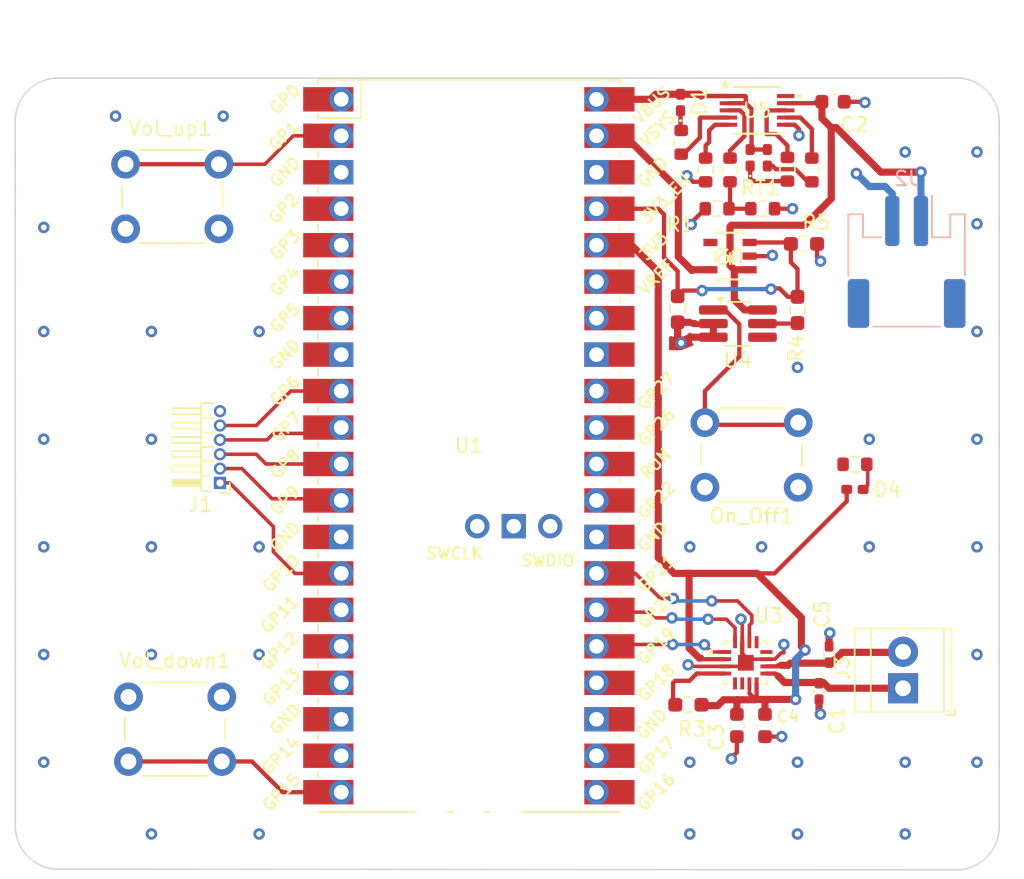
<source format=kicad_pcb>
(kicad_pcb (version 20241229) (generator "pcbnew") (generator_version "9.0")
  (layers (0 "F.Cu" signal) (2 "B.Cu" signal) (13 "F.Paste" user) (15 "B.Paste" user) (5 "F.SilkS" user "F.Silkscreen") (7 "B.SilkS" user "B.Silkscreen") (1 "F.Mask" user) (3 "B.Mask" user) (25 "Edge.Cuts" user))
  (net 0 "")
  (net 1 "Net-(U1-GPIO1)")
  (net 2 "+3V3")
  (net 14 "/V_LOAD")
  (net 15 "Net-(On_Off1-B)")
  (net 19 "GND")
  (net 20 "Net-(U1-GPIO15)")
  (net 21 "Net-(J1-Pin_4)")
  (net 22 "Net-(J1-Pin_5)")
  (net 23 "Net-(U5-VSS)")
  (net 24 "Net-(U5-STAT1)")
  (net 25 "Net-(U3-SD_MODE)")
  (net 27 "VBUS")
  (net 28 "Net-(U5-STAT2)")
  (net 29 "Net-(U5-THERM)")
  (net 30 "Net-(U5-PG)")
  (net 31 "Net-(R1-Pad1)")
  (net 32 "Net-(D3-K)")
  (net 33 "Net-(D2-K)")
  (net 34 "Net-(D1-K)")
  (net 35 "Net-(J1-Pin_2)")
  (net 36 "/ENABLE")
  (net 39 "Net-(J1-Pin_3)")
  (net 42 "Net-(J1-Pin_1)")
  (net 46 "Net-(J3-Pin_1)")
  (net 47 "Net-(J3-Pin_2)")
  (net 48 "/D_in")
  (net 49 "/LRCLK")
  (net 50 "/BCLK")
  (net 59 "VSYS")
  (net 68 "Net-(U4-OUT)")
  (net 74 "Net-(D4-K)")
  (footprint "Capacitor_SMD:C_0402_1005Metric_Pad0.74x0.62mm_HandSolder" (layer "F.Cu") (at 134 105.0675 -90)
    (property "Reference" "C1")
    (property "Value" "220p")
  )
  (footprint "jacob_lib:21-0057F_MXM" (layer "F.Cu") (at 127.8 74.75 180)
    (property "Reference" "U2")
    (property "Value" "MAX40203AUK+T")
  )
  (footprint "Resistor_SMD:R_0603_1608Metric_Pad0.98x0.95mm_HandSolder" (layer "F.Cu") (at 132.95 73.9 180)
    (property "Reference" "R5")
    (property "Value" "20k")
  )
  (footprint "Capacitor_SMD:C_0402_1005Metric_Pad0.74x0.62mm_HandSolder" (layer "F.Cu") (at 134.7 102.5 90)
    (property "Reference" "C5")
    (property "Value" "220p")
  )
  (footprint "Resistor_SMD:R_0603_1608Metric_Pad0.98x0.95mm_HandSolder" (layer "F.Cu") (at 124.9 106 180)
    (property "Reference" "R3")
    (property "Value" "1M")
  )
  (footprint "LED_SMD:LED_0402_1005Metric_Pad0.77x0.64mm_HandSolder" (layer "F.Cu") (at 130.4 67.9 90)
    (property "Reference" "D2" (hide yes))
    (property "Value" "LED_ORANGE")
  )
  (footprint "Resistor_SMD:R_0603_1608Metric" (layer "F.Cu") (at 127.8 68.75 -90)
    (property "Reference" "RT2" (hide yes))
    (property "Value" "1K")
  )
  (footprint "MountingHole:MountingHole_2mm" (layer "F.Cu") (at 143.15 114.2)
    (property "Reference" "H4")
    (property "Value" "MountingHole")
  )
  (footprint "LED_SMD:LED_0402_1005Metric_Pad0.77x0.64mm_HandSolder" (layer "F.Cu") (at 136.5 91 180)
    (property "Reference" "D4")
    (property "Value" "LED_BLUE")
  )
  (footprint "RPi_Pico:RPi_PicoW_SMD_TH" (layer "F.Cu") (at 109.61 87.96)
    (property "Reference" "U1")
    (property "Value" "PicoW")
  )
  (footprint "Resistor_SMD:R_0603_1608Metric" (layer "F.Cu") (at 133.5 68.75 90)
    (property "Reference" "R_Stat2_LED1" (hide yes))
    (property "Value" "1K")
  )
  (footprint "Capacitor_SMD:C_0603_1608Metric" (layer "F.Cu") (at 134.975 64)
    (property "Reference" "C2")
    (property "Value" "10 uF")
  )
  (footprint "Button_Switch_THT:SW_PUSH_6mm_H9.5mm" (layer "F.Cu") (at 132.55 90.85 180)
    (property "Reference" "On_Off1")
    (property "Value" "SW_SPST")
  )
  (footprint "Resistor_SMD:R_0603_1608Metric" (layer "F.Cu") (at 126.1 68.75 -90)
    (property "Reference" "R2" (hide yes))
    (property "Value" "2K")
  )
  (footprint "TerminalBlock_TE-Connectivity:TerminalBlock_TE_282834-2_1x02_P2.54mm_Horizontal" (layer "F.Cu") (at 139.85 104.85 90)
    (property "Reference" "J3")
    (property "Value" "Speaker Output Pins")
  )
  (footprint "Resistor_SMD:R_0603_1608Metric_Pad0.98x0.95mm_HandSolder" (layer "F.Cu") (at 124.15 78.45 -90)
    (property "Reference" "R6" (hide yes))
    (property "Value" "20k")
  )
  (footprint "Capacitor_SMD:C_0603_1608Metric" (layer "F.Cu") (at 128.2776 107.4434 -90)
    (property "Reference" "C3")
    (property "Value" "10 uF")
  )
  (footprint "footprints:MSOP10_MC_MCH-L" (layer "F.Cu") (at 129.6849 64.6)
    (property "Reference" "U5")
    (property "Value" "MCP73833")
  )
  (footprint "LED_SMD:LED_0402_1005Metric_Pad0.77x0.64mm_HandSolder" (layer "F.Cu") (at 129.2 67.9 90)
    (property "Reference" "D3" (hide yes))
    (property "Value" "LED_RED")
  )
  (footprint "Button_Switch_THT:SW_PUSH_6mm_H9.5mm" (layer "F.Cu") (at 92.2 72.85 180)
    (property "Reference" "Vol_up1")
    (property "Value" "SW_SPST")
  )
  (footprint "Resistor_SMD:R_0603_1608Metric" (layer "F.Cu") (at 130.075 71.45)
    (property "Reference" "RT1")
    (property "Value" "150K")
  )
  (footprint "Resistor_SMD:R_0603_1608Metric" (layer "F.Cu") (at 126.9 71.45 180)
    (property "Reference" "R1")
    (property "Value" "2K")
  )
  (footprint "MountingHole:MountingHole_2mm" (layer "F.Cu") (at 81.05 114.35)
    (property "Reference" "H3")
    (property "Value" "MountingHole")
  )
  (footprint "Connector_PinHeader_1.00mm:PinHeader_1x06_P1.00mm_Horizontal" (layer "F.Cu") (at 92.275 90.55 180)
    (property "Reference" "J1")
    (property "Value" "Conn_01x06_Pin")
  )
  (footprint "Capacitor_SMD:C_0603_1608Metric" (layer "F.Cu") (at 130.2334 107.4434 -90)
    (property "Reference" "C4")
    (property "Value" "0.1 uF" (hide yes))
  )
  (footprint "LED_SMD:LED_0402_1005Metric_Pad0.77x0.64mm_HandSolder" (layer "F.Cu") (at 124.35 64.05 90)
    (property "Reference" "D1")
    (property "Value" "LED_GREEN")
  )
  (footprint "MountingHole:MountingHole_2mm" (layer "F.Cu") (at 81.0006 64.9986)
    (property "Reference" "H1")
    (property "Value" "MountingHole" (hide yes))
  )
  (footprint "Resistor_SMD:R_0603_1608Metric" (layer "F.Cu") (at 131.8 68.7 90)
    (property "Reference" "R_Stat1_LED1" (hide yes))
    (property "Value" "1K")
  )
  (footprint "jacob_lib:QFN50P300X300X80-17N" (layer "F.Cu") (at 128.9 103.075)
    (property "Reference" "U3")
    (property "Value" "MAX98357AETE_T")
  )
  (footprint "Resistor_SMD:R_0603_1608Metric_Pad0.98x0.95mm_HandSolder" (layer "F.Cu") (at 132.5 78.5 90)
    (property "Reference" "R4")
    (property "Value" "10k")
  )
  (footprint "Resistor_SMD:R_0603_1608Metric" (layer "F.Cu") (at 136.5 89.25 180)
    (property "Reference" "R_POWER_LED1" (hide yes))
    (property "Value" "1K")
  )
  (footprint "Button_Switch_THT:SW_PUSH_6mm_H8mm" (layer "F.Cu") (at 85.9 105.45)
    (property "Reference" "Vol_down1")
    (property "Value" "SW_SPST")
  )
  (footprint "Resistor_SMD:R_0603_1608Metric" (layer "F.Cu") (at 124.4 66.825 -90)
    (property "Reference" "R_PG_LED1" (hide yes))
    (property "Value" "1K")
  )
  (footprint "Package_TO_SOT_SMD:TSOT-23-6_HandSoldering" (layer "F.Cu") (at 128.35 79.45)
    (property "Reference" "U4")
    (property "Value" "MAX16054AZT_T")
  )
  (footprint "MountingHole:MountingHole_2mm" (layer "F.Cu") (at 142.8496 64.9732)
    (property "Reference" "H2")
    (property "Value" "MountingHole" (hide yes))
  )
  (footprint "Connector_JST:JST_PH_S2B-PH-SM4-TB_1x02-1MP_P2.00mm_Horizontal" (layer "B.Cu") (at 140.1 75.15 180)
    (property "Reference" "J2")
    (property "Value" "JST Battery")
  )
  (gr_line (start 143.548393 62.3399) (end 142.2 62.35) (stroke (width 0.1)) (layer "Edge.Cuts"))
  (gr_line (start 146.545593 65.28673) (end 146.55 66.2) (stroke (width 0.1)) (layer "Edge.Cuts"))
  (gr_arc (start 146.55 114.5028) (mid 145.67214 116.62214) (end 143.5528 117.5) (stroke (width 0.1)) (layer "Edge.Cuts"))
  (gr_arc (start 81.01934 117.45) (mid 78.9 116.57214) (end 78.02214 114.4528) (stroke (width 0.1)) (layer "Edge.Cuts"))
  (gr_line (start 81.01934 117.45) (end 143.5528 117.5) (stroke (width 0.1)) (layer "Edge.Cuts"))
  (gr_arc (start 78.014125 65.3472) (mid 78.818149 63.30121) (end 80.8 62.35) (stroke (width 0.1)) (layer "Edge.Cuts"))
  (gr_line (start 146.55 114.25) (end 146.55 66.2) (stroke (width 0.1)) (layer "Edge.Cuts"))
  (gr_line (start 78.014125 65.3472) (end 78.02214 114.4528) (stroke (width 0.1)) (layer "Edge.Cuts"))
  (gr_line (start 146.55 114.5028) (end 146.55 114.25) (stroke (width 0.1)) (layer "Edge.Cuts"))
  (gr_arc (start 143.548393 62.3399) (mid 145.65 63.2) (end 146.545593 65.28673) (stroke (width 0.1)) (layer "Edge.Cuts"))
  (gr_line (start 80.8 62.35) (end 142.2 62.35) (stroke (width 0.1)) (layer "Edge.Cuts"))
  (segment (start 85.699999 68.35) (end 92.199999 68.35) (width 0.3) (layer "F.Cu") (net 1))
  (segment (start 92.2 68.349999) (end 93.150001 68.349999) (width 0.3) (layer "F.Cu") (net 1))
  (segment (start 92.199999 68.35) (end 92.2 68.349999) (width 0.3) (layer "F.Cu") (net 1))
  (segment (start 97.38 66.37) (end 100.72 66.37) (width 0.25) (layer "F.Cu") (net 1))
  (segment (start 95.4 68.35) (end 97.38 66.37) (width 0.25) (layer "F.Cu") (net 1))
  (segment (start 92.2 68.35) (end 95.4 68.35) (width 0.25) (layer "F.Cu") (net 1))
  (segment (start 129.5476 105.6524) (end 129.573 105.627) (width 0.5) (layer "F.Cu") (net 2))
  (segment (start 124.95 97) (end 124.95 102.05) (width 0.5) (layer "F.Cu") (net 2))
  (segment (start 135.927499 91) (end 135.927499 91.822501) (width 0.3) (layer "F.Cu") (net 2))
  (segment (start 127.3486 105.6524) (end 128.2776 105.6524) (width 0.5) (layer "F.Cu") (net 2))
  (segment (start 126.9422 106.0588) (end 127.3486 105.6524) (width 0.5) (layer "F.Cu") (net 2))
  (segment (start 129.573 105.627) (end 130.2588 105.627) (width 0.5) (layer "F.Cu") (net 2))
  (segment (start 129.65 104.51) (end 129.65 105.55) (width 0.3) (layer "F.Cu") (net 2))
  (segment (start 122.8 75.85) (end 122.8 95.75) (width 0.5) (layer "F.Cu") (net 2))
  (segment (start 128.2776 106.6684) (end 128.2776 105.6524) (width 0.5) (layer "F.Cu") (net 2))
  (segment (start 130.2334 106.6684) (end 130.2334 105.6524) (width 0.5) (layer "F.Cu") (net 2))
  (segment (start 124.95 102.05) (end 125.65 102.75) (width 0.5) (layer "F.Cu") (net 2))
  (segment (start 125.1 96.85) (end 124.95 97) (width 0.5) (layer "F.Cu") (net 2))
  (segment (start 130.9 96.85) (end 129.5 96.85) (width 0.3) (layer "F.Cu") (net 2))
  (segment (start 132.768 101.933) (end 133.0255 102.1905) (width 0.5) (layer "F.Cu") (net 2))
  (segment (start 123.9 96.85) (end 124.8 96.85) (width 0.5) (layer "F.Cu") (net 2))
  (segment (start 124.8 96.85) (end 125.1 96.85) (width 0.5) (layer "F.Cu") (net 2))
  (segment (start 124.8 96.85) (end 129.686 96.85) (width 0.5) (layer "F.Cu") (net 2))
  (segment (start 129.65 105.55) (end 129.573 105.627) (width 0.25) (layer "F.Cu") (net 2))
  (segment (start 135.927499 91.822501) (end 130.9 96.85) (width 0.3) (layer "F.Cu") (net 2))
  (segment (start 125.6595 106.0588) (end 126.9422 106.0588) (width 0.5) (layer "F.Cu") (net 2))
  (segment (start 122.8 95.75) (end 123.9 96.85) (width 0.5) (layer "F.Cu") (net 2))
  (segment (start 129.15 105.204) (end 129.573 105.627) (width 0.3) (layer "F.Cu") (net 2))
  (segment (start 129.686 96.85) (end 132.768 99.932) (width 0.5) (layer "F.Cu") (net 2))
  (segment (start 128.2776 105.6524) (end 129.5476 105.6524) (width 0.5) (layer "F.Cu") (net 2))
  (segment (start 125.65 102.75) (end 125.755 102.75) (width 0.5) (layer "F.Cu") (net 2))
  (segment (start 132.768 99.932) (end 132.768 101.933) (width 0.5) (layer "F.Cu") (net 2))
  (segment (start 127.465 102.825) (end 125.755 102.825) (width 0.3) (layer "F.Cu") (net 2))
  (segment (start 120.94 73.99) (end 122.8 75.85) (width 0.5) (layer "F.Cu") (net 2))
  (segment (start 118.5 73.99) (end 120.94 73.99) (width 0.5) (layer "F.Cu") (net 2))
  (segment (start 130.2588 105.627) (end 132.367 105.627) (width 0.5) (layer "F.Cu") (net 2))
  (segment (start 129.15 104.51) (end 129.15 105.204) (width 0.25) (layer "F.Cu") (net 2))
  (segment (start 130.2334 105.6524) (end 130.2588 105.627) (width 0.5) (layer "F.Cu") (net 2))
  (via (at 132.367 105.627) (size 0.8) (drill 0.4) (layers "F.Cu" "B.Cu") (net 2))
  (via (at 133.0255 102.1905) (size 0.8) (drill 0.4) (layers "F.Cu" "B.Cu") (net 2))
  (segment (start 133.0255 102.1905) (end 132.367 102.849) (width 0.5) (layer "B.Cu") (net 2))
  (segment (start 132.367 102.849) (end 132.367 105.627) (width 0.5) (layer "B.Cu") (net 2))
  (segment (start 134.85 70.75) (end 133 72.6) (width 0.5) (layer "F.Cu") (net 14))
  (segment (start 134.85 70.35) (end 134.85 70.75) (width 0.5) (layer "F.Cu") (net 14))
  (segment (start 134.099999 64.100001) (end 134.2 64) (width 0.3) (layer "F.Cu") (net 14))
  (segment (start 138.3 68.9) (end 140.6 68.9) (width 0.5) (layer "F.Cu") (net 14))
  (segment (start 140.6 68.9) (end 141.1 68.9) (width 0.5) (layer "F.Cu") (net 14))
  (segment (start 128.1 75.7) (end 128.1 77.8) (width 0.5) (layer "F.Cu") (net 14))
  (segment (start 135.2 65.8) (end 137.6 68.2) (width 0.5) (layer "F.Cu") (net 14))
  (segment (start 134.2 64) (end 134.2 65.15) (width 0.5) (layer "F.Cu") (net 14))
  (segment (start 127.9 72.6) (end 127.8 72.7) (width 0.5) (layer "F.Cu") (net 14))
  (segment (start 127.8 75.4) (end 128.1 75.7) (width 0.5) (layer "F.Cu") (net 14))
  (segment (start 134.85 65.8) (end 135.2 65.8) (width 0.5) (layer "F.Cu") (net 14))
  (segment (start 131.6788 64.100001) (end 134.099999 64.100001) (width 0.3) (layer "F.Cu") (net 14))
  (segment (start 137.6 68.2) (end 138.3 68.9) (width 0.5) (layer "F.Cu") (net 14))
  (segment (start 133 72.6) (end 127.9 72.6) (width 0.5) (layer "F.Cu") (net 14))
  (segment (start 134.2 64) (end 133.775 64) (width 0.3) (layer "F.Cu") (net 14))
  (segment (start 128.1 77.8) (end 128.8 78.5) (width 0.5) (layer "F.Cu") (net 14))
  (segment (start 127.8 72.7) (end 127.8 75.4) (width 0.5) (layer "F.Cu") (net 14))
  (segment (start 128.8 78.5) (end 130.06 78.5) (width 0.5) (layer "F.Cu") (net 14))
  (segment (start 128.1 75.7) (end 129.15 75.7) (width 0.5) (layer "F.Cu") (net 14))
  (segment (start 134.2 65.15) (end 134.85 65.8) (width 0.5) (layer "F.Cu") (net 14))
  (segment (start 134.85 65.8) (end 134.85 70.35) (width 0.5) (layer "F.Cu") (net 14))
  (via (at 141.1 68.9) (size 0.8) (drill 0.4) (layers "F.Cu" "B.Cu") (net 14))
  (segment (start 141.1 68.9) (end 141.1 72.3) (width 0.5) (layer "B.Cu") (net 14))
  (segment (start 132.4 86.5) (end 126.2 86.5) (width 0.3) (layer "F.Cu") (net 15))
  (segment (start 132.55 86.35) (end 132.4 86.5) (width 0.3) (layer "F.Cu") (net 15))
  (segment (start 127.45 78.5) (end 126.64 78.5) (width 0.3) (layer "F.Cu") (net 15))
  (segment (start 126.2 86.5) (end 126.05 86.35) (width 0.3) (layer "F.Cu") (net 15))
  (segment (start 128.45 79.5) (end 127.45 78.5) (width 0.3) (layer "F.Cu") (net 15))
  (segment (start 126.05 86.35) (end 126.05 84.15) (width 0.3) (layer "F.Cu") (net 15))
  (segment (start 126.05 84.15) (end 128.45 81.75) (width 0.3) (layer "F.Cu") (net 15))
  (segment (start 128.45 81.75) (end 128.45 79.5) (width 0.3) (layer "F.Cu") (net 15))
  (segment (start 128.65 101.64) (end 128.65 100.123402) (width 0.25) (layer "F.Cu") (net 19))
  (segment (start 125.225 69.575) (end 124.8 69.15) (width 0.3) (layer "F.Cu") (net 19))
  (segment (start 128.65 102.45) (end 128.65 101.64) (width 0.3) (layer "F.Cu") (net 19))
  (segment (start 134 106.55) (end 134.1 106.65) (width 0.5) (layer "F.Cu") (net 19))
  (segment (start 126.1 69.575) (end 125.225 69.575) (width 0.3) (layer "F.Cu") (net 19))
  (segment (start 131.4012 108.2184) (end 131.4018 108.2178) (width 0.3) (layer "F.Cu") (net 19))
  (segment (start 134.7 101.05) (end 134.75 101) (width 0.5) (layer "F.Cu") (net 19))
  (segment (start 124.88 103.22) (end 124.985 103.325) (width 0.25) (layer "F.Cu") (net 19))
  (segment (start 124.15 79.3625) (end 124.15 80.55) (width 0.5) (layer "F.Cu") (net 19))
  (segment (start 130.7 74.75) (end 130.75 74.7) (width 0.3) (layer "F.Cu") (net 19))
  (segment (start 131.6788 65.600001) (end 132.300001 65.600001) (width 0.3) (layer "F.Cu") (net 19))
  (segment (start 132.300001 65.600001) (end 132.6 65.9) (width 0.3) (layer "F.Cu") (net 19))
  (segment (start 133.8625 73.9) (end 133.8625 74.8625) (width 0.3) (layer "F.Cu") (net 19))
  (segment (start 130.335 102.825) (end 129.15 102.825) (width 0.25) (layer "F.Cu") (net 19))
  (segment (start 99.97718 93.9038) (end 101.3968 93.9038) (width 0.25) (layer "F.Cu") (net 19))
  (segment (start 127.8966 109.691) (end 127.8966 109.7672) (width 0.3) (layer "F.Cu") (net 19))
  (segment (start 128.65 103.325) (end 128.9 103.075) (width 0.25) (layer "F.Cu") (net 19))
  (segment (start 128.2776 108.2184) (end 128.2776 109.31) (width 0.3) (layer "F.Cu") (net 19))
  (segment (start 124.15 80.55) (end 124.4 80.8) (width 0.5) (layer "F.Cu") (net 19))
  (segment (start 127.465 103.325) (end 128.65 103.325) (width 0.25) (layer "F.Cu") (net 19))
  (segment (start 131.55 102.38) (end 131.55 101.8) (width 0.25) (layer "F.Cu") (net 19))
  (segment (start 128.9 102.7) (end 128.65 102.45) (width 0.3) (layer "F.Cu") (net 19))
  (segment (start 130.2334 108.2184) (end 131.4012 108.2184) (width 0.3) (layer "F.Cu") (net 19))
  (segment (start 125.1 72.425) (end 126.075 71.45) (width 0.3) (layer "F.Cu") (net 19))
  (segment (start 130.335 102.825) (end 130.925 102.825) (width 0.25) (layer "F.Cu") (net 19))
  (segment (start 131.37 102.38) (end 131.55 102.38) (width 0.25) (layer "F.Cu") (net 19))
  (segment (start 129.15 102.825) (end 128.9 103.075) (width 0.25) (layer "F.Cu") (net 19))
  (segment (start 135.75 64) (end 137.15 64) (width 0.3) (layer "F.Cu") (net 19))
  (segment (start 124.985 103.325) (end 127.465 103.325) (width 0.25) (layer "F.Cu") (net 19))
  (segment (start 137.15 64) (end 137.2 64.05) (width 0.3) (layer "F.Cu") (net 19))
  (segment (start 128.9 103.075) (end 128.9 102.7) (width 0.3) (layer "F.Cu") (net 19))
  (segment (start 130.925 102.825) (end 131.37 102.38) (width 0.25) (layer "F.Cu") (net 19))
  (segment (start 129.15 74.75) (end 130.7 74.75) (width 0.3) (layer "F.Cu") (net 19))
  (segment (start 99.205256 93.9038) (end 101.3968 93.9038) (width 0.25) (layer "F.Cu") (net 19))
  (segment (start 134.7 101.9325) (end 134.7 101.05) (width 0.5) (layer "F.Cu") (net 19))
  (segment (start 130.9 71.45) (end 132.15 71.45) (width 0.3) (layer "F.Cu") (net 19))
  (segment (start 133.8625 74.8625) (end 134.1 75.1) (width 0.3) (layer "F.Cu") (net 19))
  (segment (start 128.2522 109.3354) (end 127.8966 109.691) (width 0.3) (layer "F.Cu") (net 19))
  (segment (start 128.65 100.123402) (end 128.561299 100.034701) (width 0.25) (layer "F.Cu") (net 19))
  (segment (start 128.2776 109.31) (end 128.2522 109.3354) (width 0.3) (layer "F.Cu") (net 19))
  (segment (start 134 105.635) (end 134 106.55) (width 0.5) (layer "F.Cu") (net 19))
  (segment (start 125.1 72.55) (end 125.1 72.425) (width 0.3) (layer "F.Cu") (net 19))
  (segment (start 132.6 65.9) (end 132.6 66.35) (width 0.3) (layer "F.Cu") (net 19))
  (via (at 87.5 87.5) (size 0.8) (drill 0.4) (layers "F.Cu" "B.Cu") (net 19))
  (via (at 125 95) (size 0.8) (drill 0.4) (layers "F.Cu" "B.Cu") (net 19))
  (via (at 145 102.5) (size 0.8) (drill 0.4) (layers "F.Cu" "B.Cu") (net 19))
  (via (at 132.6 66.35) (size 0.8) (drill 0.4) (layers "F.Cu" "B.Cu") (net 19))
  (via (at 124.4 80.8) (size 0.8) (drill 0.4) (layers "F.Cu" "B.Cu") (net 19))
  (via (at 145 87.5) (size 0.8) (drill 0.4) (layers "F.Cu" "B.Cu") (net 19))
  (via (at 95 80) (size 0.8) (drill 0.4) (layers "F.Cu" "B.Cu") (net 19))
  (via (at 145 110) (size 0.8) (drill 0.4) (layers "F.Cu" "B.Cu") (net 19))
  (via (at 137.5 87.5) (size 0.8) (drill 0.4) (layers "F.Cu" "B.Cu") (net 19))
  (via (at 128.561299 100.034701) (size 0.8) (drill 0.4) (layers "F.Cu" "B.Cu") (net 19))
  (via (at 92.5 65) (size 0.8) (drill 0.4) (layers "F.Cu" "B.Cu") (net 19))
  (via (at 145 80) (size 0.8) (drill 0.4) (layers "F.Cu" "B.Cu") (net 19))
  (via (at 124.8 69.15) (size 0.8) (drill 0.4) (layers "F.Cu" "B.Cu") (net 19))
  (via (at 140 67.5) (size 0.8) (drill 0.4) (layers "F.Cu" "B.Cu") (net 19))
  (via (at 95 115) (size 0.8) (drill 0.4) (layers "F.Cu" "B.Cu") (net 19))
  (via (at 87.5 95) (size 0.8) (drill 0.4) (layers "F.Cu" "B.Cu") (net 19))
  (via (at 80 72.75) (size 0.8) (drill 0.4) (layers "F.Cu" "B.Cu") (net 19))
  (via (at 136.6 69) (size 0.8) (drill 0.4) (layers "F.Cu" "B.Cu") (net 19))
  (via (at 95 95) (size 0.8) (drill 0.4) (layers "F.Cu" "B.Cu") (net 19))
  (via (at 137.2 64.05) (size 0.8) (drill 0.4) (layers "F.Cu" "B.Cu") (net 19))
  (via (at 87.5 115) (size 0.8) (drill 0.4) (layers "F.Cu" "B.Cu") (net 19))
  (via (at 134.1 106.65) (size 0.8) (drill 0.4) (layers "F.Cu" "B.Cu") (net 19))
  (via (at 145 67.5) (size 0.8) (drill 0.4) (layers "F.Cu" "B.Cu") (net 19))
  (via (at 132.5 82.5) (size 0.8) (drill 0.4) (layers "F.Cu" "B.Cu") (net 19))
  (via (at 95 102.5) (size 0.8) (drill 0.4) (layers "F.Cu" "B.Cu") (net 19))
  (via (at 145 95) (size 0.8) (drill 0.4) (layers "F.Cu" "B.Cu") (net 19))
  (via (at 132.15 71.45) (size 0.8) (drill 0.4) (layers "F.Cu" "B.Cu") (net 19))
  (via (at 130 95) (size 0.8) (drill 0.4) (layers "F.Cu" "B.Cu") (net 19))
  (via (at 130.75 74.7) (size 0.8) (drill 0.4) (layers "F.Cu" "B.Cu") (net 19))
  (via (at 134.1 75.1) (size 0.8) (drill 0.4) (layers "F.Cu" "B.Cu") (net 19))
  (via (at 140 115) (size 0.8) (drill 0.4) (layers "F.Cu" "B.Cu") (net 19))
  (via (at 80 110) (size 0.8) (drill 0.4) (layers "F.Cu" "B.Cu") (net 19))
  (via (at 140 110) (size 0.8) (drill 0.4) (layers "F.Cu" "B.Cu") (net 19))
  (via (at 125 110) (size 0.8) (drill 0.4) (layers "F.Cu" "B.Cu") (net 19))
  (via (at 131.4018 108.2178) (size 0.8) (drill 0.4) (layers "F.Cu" "B.Cu") (net 19))
  (via (at 80 87.5) (size 0.8) (drill 0.4) (layers "F.Cu" "B.Cu") (net 19))
  (via (at 127.8966 109.7672) (size 0.8) (drill 0.4) (layers "F.Cu" "B.Cu") (net 19))
  (via (at 132.5 115) (size 0.8) (drill 0.4) (layers "F.Cu" "B.Cu") (net 19))
  (via (at 124.88 103.22) (size 0.8) (drill 0.4) (layers "F.Cu" "B.Cu") (net 19))
  (via (at 85 65) (size 0.8) (drill 0.4) (layers "F.Cu" "B.Cu") (net 19))
  (via (at 132.5 110) (size 0.8) (drill 0.4) (layers "F.Cu" "B.Cu") (net 19))
  (via (at 80 80) (size 0.8) (drill 0.4) (layers "F.Cu" "B.Cu") (net 19))
  (via (at 145 72.5) (size 0.8) (drill 0.4) (layers "F.Cu" "B.Cu") (net 19))
  (via (at 125.1 72.55) (size 0.8) (drill 0.4) (layers "F.Cu" "B.Cu") (net 19))
  (via (at 87.5 102.5) (size 0.8) (drill 0.4) (layers "F.Cu" "B.Cu") (net 19))
  (via (at 134.75 101) (size 0.8) (drill 0.4) (layers "F.Cu" "B.Cu") (net 19))
  (via (at 125 115) (size 0.8) (drill 0.4) (layers "F.Cu" "B.Cu") (net 19))
  (via (at 131.55 101.8) (size 0.8) (drill 0.4) (layers "F.Cu" "B.Cu") (net 19))
  (via (at 80 95) (size 0.8) (drill 0.4) (layers "F.Cu" "B.Cu") (net 19))
  (via (at 80 102.5) (size 0.8) (drill 0.4) (layers "F.Cu" "B.Cu") (net 19))
  (via (at 137.5 95) (size 0.8) (drill 0.4) (layers "F.Cu" "B.Cu") (net 19))
  (via (at 87.5 80) (size 0.8) (drill 0.4) (layers "F.Cu" "B.Cu") (net 19))
  (segment (start 137.5 69.9) (end 136.6 69) (width 0.5) (layer "B.Cu") (net 19))
  (segment (start 139.1 70.4) (end 138.6 69.9) (width 0.5) (layer "B.Cu") (net 19))
  (segment (start 139.1 72.3) (end 139.1 70.4) (width 0.5) (layer "B.Cu") (net 19))
  (segment (start 138 69.9) (end 137.5 69.9) (width 0.5) (layer "B.Cu") (net 19))
  (segment (start 138.6 69.9) (end 138 69.9) (width 0.5) (layer "B.Cu") (net 19))
  (segment (start 96.64 112.09) (end 100.72 112.09) (width 0.3) (layer "F.Cu") (net 20))
  (segment (start 92.4 109.95) (end 94.5 109.95) (width 0.3) (layer "F.Cu") (net 20))
  (segment (start 94.5 109.95) (end 96.64 112.09) (width 0.3) (layer "F.Cu") (net 20))
  (segment (start 85.9 109.95) (end 92.4 109.95) (width 0.3) (layer "F.Cu") (net 20))
  (segment (start 95.55 87.55) (end 96 87.1) (width 0.25) (layer "F.Cu") (net 21))
  (segment (start 92.275 87.55) (end 95.55 87.55) (width 0.25) (layer "F.Cu") (net 21))
  (segment (start 100.31 87.1) (end 100.72 86.69) (width 0.25) (layer "F.Cu") (net 21))
  (segment (start 96 87.1) (end 100.31 87.1) (width 0.25) (layer "F.Cu") (net 21))
  (segment (start 92.275 86.55) (end 94.8 86.55) (width 0.25) (layer "F.Cu") (net 22))
  (segment (start 97.2 84.15) (end 100.72 84.15) (width 0.25) (layer "F.Cu") (net 22))
  (segment (start 94.8 86.55) (end 97.2 84.15) (width 0.25) (layer "F.Cu") (net 22))
  (segment (start 126.35 66.8) (end 126.35 66) (width 0.3) (layer "F.Cu") (net 23))
  (segment (start 126.35 66) (end 126.749999 65.600001) (width 0.3) (layer "F.Cu") (net 23))
  (segment (start 126.1 67.05) (end 126.35 66.8) (width 0.3) (layer "F.Cu") (net 23))
  (segment (start 126.1 67.925) (end 126.1 67.05) (width 0.3) (layer "F.Cu") (net 23))
  (segment (start 126.749999 65.600001) (end 127.691 65.600001) (width 0.3) (layer "F.Cu") (net 23))
  (segment (start 128.8 64.9) (end 128.5 64.6) (width 0.3) (layer "F.Cu") (net 24))
  (segment (start 127.8 67.4) (end 128.8 66.4) (width 0.3) (layer "F.Cu") (net 24))
  (segment (start 128.5 64.6) (end 127.691 64.6) (width 0.3) (layer "F.Cu") (net 24))
  (segment (start 128.8 66.4) (end 128.8 64.9) (width 0.3) (layer "F.Cu") (net 24))
  (segment (start 127.8 67.925) (end 127.8 67.4) (width 0.3) (layer "F.Cu") (net 24))
  (segment (start 125.4836 103.8236) (end 124.9756 104.3316) (width 0.3) (layer "F.Cu") (net 25))
  (segment (start 124.9756 104.3316) (end 123.985 104.3316) (width 0.3) (layer "F.Cu") (net 25))
  (segment (start 127.465 103.825) (end 125.485 103.825) (width 0.3) (layer "F.Cu") (net 25))
  (segment (start 123.985 104.3316) (end 123.8345 104.4821) (width 0.3) (layer "F.Cu") (net 25))
  (segment (start 123.8345 104.4821) (end 123.8345 106.0588) (width 0.3) (layer "F.Cu") (net 25))
  (segment (start 125.485 103.825) (end 125.4836 103.8236) (width 0.3) (layer "F.Cu") (net 25))
  (segment (start 125.6775 63.4775) (end 125.8 63.6) (width 0.5) (layer "F.Cu") (net 27))
  (segment (start 122.6225 63.4775) (end 124.35 63.4775) (width 0.5) (layer "F.Cu") (net 27))
  (segment (start 128.9 64.1) (end 128.45 64.1) (width 0.3) (layer "F.Cu") (net 27))
  (segment (start 128.9 64.1) (end 129.3 64.5) (width 0.3) (layer "F.Cu") (net 27))
  (segment (start 128.45 64.1) (end 128.449999 64.100001) (width 0.3) (layer "F.Cu") (net 27))
  (segment (start 129.3 64.5) (end 129.3 67.227499) (width 0.3) (layer "F.Cu") (net 27))
  (segment (start 129.3 67.227499) (end 129.2 67.327499) (width 0.3) (layer "F.Cu") (net 27))
  (segment (start 124.35 63.4775) (end 125.6775 63.4775) (width 0.5) (layer "F.Cu") (net 27))
  (segment (start 128.9 63.65) (end 128.9 64.1) (width 0.3) (layer "F.Cu") (net 27))
  (segment (start 128.449999 64.100001) (end 127.691 64.100001) (width 0.3) (layer "F.Cu") (net 27))
  (segment (start 125.8 63.6) (end 128.85 63.6) (width 0.3) (layer "F.Cu") (net 27))
  (segment (start 122.27 63.83) (end 122.6225 63.4775) (width 0.5) (layer "F.Cu") (net 27))
  (segment (start 125.8 63.6) (end 125.800001 63.599999) (width 0.3) (layer "F.Cu") (net 27))
  (segment (start 129.2 67.327499) (end 130.4 67.327499) (width 0.3) (layer "F.Cu") (net 27))
  (segment (start 128.85 63.6) (end 128.9 63.65) (width 0.3) (layer "F.Cu") (net 27))
  (segment (start 125.800001 63.599999) (end 127.691 63.599999) (width 0.3) (layer "F.Cu") (net 27))
  (segment (start 118.5 63.83) (end 122.27 63.83) (width 0.5) (layer "F.Cu") (net 27))
  (segment (start 125.7 66.5) (end 124.55 67.65) (width 0.3) (layer "F.Cu") (net 28))
  (segment (start 125.750001 65.099999) (end 125.7 65.15) (width 0.3) (layer "F.Cu") (net 28))
  (segment (start 125.7 65.15) (end 125.7 66.5) (width 0.3) (layer "F.Cu") (net 28))
  (segment (start 124.55 67.65) (end 124.4 67.65) (width 0.3) (layer "F.Cu") (net 28))
  (segment (start 127.691 65.099999) (end 125.750001 65.099999) (width 0.3) (layer "F.Cu") (net 28))
  (segment (start 130.35 64.8) (end 130.55 64.6) (width 0.3) (layer "F.Cu") (net 29))
  (segment (start 131.8 67.05) (end 131 66.25) (width 0.3) (layer "F.Cu") (net 29))
  (segment (start 130.55 64.6) (end 131.6788 64.6) (width 0.3) (layer "F.Cu") (net 29))
  (segment (start 130.35 66.25) (end 130.35 64.8) (width 0.3) (layer "F.Cu") (net 29))
  (segment (start 131 66.25) (end 130.35 66.25) (width 0.3) (layer "F.Cu") (net 29))
  (segment (start 131.8 67.875) (end 131.8 67.05) (width 0.3) (layer "F.Cu") (net 29))
  (segment (start 133.5 67.925) (end 133.5 65.9) (width 0.3) (layer "F.Cu") (net 30))
  (segment (start 133.5 65.9) (end 132.699999 65.099999) (width 0.3) (layer "F.Cu") (net 30))
  (segment (start 132.699999 65.099999) (end 131.6788 65.099999) (width 0.3) (layer "F.Cu") (net 30))
  (segment (start 127.8 69.575) (end 127.8 71.375) (width 0.3) (layer "F.Cu") (net 31))
  (segment (start 127.725 71.45) (end 129.25 71.45) (width 0.3) (layer "F.Cu") (net 31))
  (segment (start 127.8 71.375) (end 127.725 71.45) (width 0.3) (layer "F.Cu") (net 31))
  (segment (start 129.2 68.472501) (end 129.2 69.35) (width 0.3) (layer "F.Cu") (net 32))
  (segment (start 129.375 69.525) (end 131.8 69.525) (width 0.3) (layer "F.Cu") (net 32))
  (segment (start 129.2 69.35) (end 129.375 69.525) (width 0.3) (layer "F.Cu") (net 32))
  (segment (start 130.772501 68.472501) (end 131 68.7) (width 0.3) (layer "F.Cu") (net 33))
  (segment (start 130.4 68.472501) (end 130.772501 68.472501) (width 0.3) (layer "F.Cu") (net 33))
  (segment (start 131 68.7) (end 132.35 68.7) (width 0.3) (layer "F.Cu") (net 33))
  (segment (start 132.35 68.7) (end 133.225 69.575) (width 0.3) (layer "F.Cu") (net 33))
  (segment (start 133.225 69.575) (end 133.5 69.575) (width 0.3) (layer "F.Cu") (net 33))
  (segment (start 124.35 65.95) (end 124.4 66) (width 0.3) (layer "F.Cu") (net 34))
  (segment (start 124.35 64.6225) (end 124.35 65.95) (width 0.3) (layer "F.Cu") (net 34))
  (segment (start 95.9 91.65) (end 100.6 91.65) (width 0.25) (layer "F.Cu") (net 35))
  (segment (start 93.8 89.55) (end 95.9 91.65) (width 0.25) (layer "F.Cu") (net 35))
  (segment (start 100.6 91.65) (end 100.72 91.77) (width 0.25) (layer "F.Cu") (net 35))
  (segment (start 92.275 89.55) (end 93.8 89.55) (width 0.25) (layer "F.Cu") (net 35))
  (segment (start 124.15 75.8) (end 123.2 74.85) (width 0.3) (layer "F.Cu") (net 36))
  (segment (start 131.4 77.15) (end 131.25 77) (width 0.3) (layer "F.Cu") (net 36))
  (segment (start 131.9375 73.8) (end 132.0375 73.9) (width 0.3) (layer "F.Cu") (net 36))
  (segment (start 123.2 71.85) (end 122.8 71.45) (width 0.3) (layer "F.Cu") (net 36))
  (segment (start 131.8375 77.5875) (end 131.4 77.15) (width 0.3) (layer "F.Cu") (net 36))
  (segment (start 129.15 73.8) (end 131.9375 73.8) (width 0.3) (layer "F.Cu") (net 36))
  (segment (start 124.15 77.5375) (end 124.15 75.8) (width 0.3) (layer "F.Cu") (net 36))
  (segment (start 132.5 77.5875) (end 131.8375 77.5875) (width 0.3) (layer "F.Cu") (net 36))
  (segment (start 132.5 75.65) (end 132.5 77.5875) (width 0.3) (layer "F.Cu") (net 36))
  (segment (start 125.85 77.15) (end 124.5375 77.15) (width 0.3) (layer "F.Cu") (net 36))
  (segment (start 132.0375 75.1875) (end 132.5 75.65) (width 0.3) (layer "F.Cu") (net 36))
  (segment (start 123.2 74.85) (end 123.2 71.85) (width 0.3) (layer "F.Cu") (net 36))
  (segment (start 124.5375 77.15) (end 124.15 77.5375) (width 0.3) (layer "F.Cu") (net 36))
  (segment (start 132.0375 73.9) (end 132.0375 75.1875) (width 0.3) (layer "F.Cu") (net 36))
  (segment (start 122.8 71.45) (end 118.5 71.45) (width 0.3) (layer "F.Cu") (net 36))
  (segment (start 131.25 77) (end 130.65 77) (width 0.3) (layer "F.Cu") (net 36))
  (via (at 130.65 77.05) (size 0.8) (drill 0.4) (layers "F.Cu" "B.Cu") (net 36))
  (via (at 125.85 77.15) (size 0.8) (drill 0.4) (layers "F.Cu" "B.Cu") (net 36))
  (segment (start 130.65 77.05) (end 126.3 77.05) (width 0.3) (layer "B.Cu") (net 36))
  (segment (start 125.95 77.05) (end 125.85 77.15) (width 0.3) (layer "B.Cu") (net 36))
  (segment (start 126.3 77.05) (end 125.95 77.05) (width 0.3) (layer "B.Cu") (net 36))
  (segment (start 94.799999 88.549999) (end 95.48 89.23) (width 0.25) (layer "F.Cu") (net 39))
  (segment (start 92.275 88.549999) (end 94.799999 88.549999) (width 0.25) (layer "F.Cu") (net 39))
  (segment (start 95.48 89.23) (end 100.72 89.23) (width 0.25) (layer "F.Cu") (net 39))
  (segment (start 96 93.6) (end 96 95.35) (width 0.25) (layer "F.Cu") (net 42))
  (segment (start 92.95 90.55) (end 96 93.6) (width 0.25) (layer "F.Cu") (net 42))
  (segment (start 97.5 96.85) (end 100.72 96.85) (width 0.25) (layer "F.Cu") (net 42))
  (segment (start 96 95.35) (end 97.5 96.85) (width 0.25) (layer "F.Cu") (net 42))
  (segment (start 92.275 90.55) (end 92.95 90.55) (width 0.25) (layer "F.Cu") (net 42))
  (segment (start 131.6 104.45) (end 134.3 104.45) (width 0.5) (layer "F.Cu") (net 46))
  (segment (start 130.335 103.825) (end 130.85 103.825) (width 0.3) (layer "F.Cu") (net 46))
  (segment (start 130.85 103.825) (end 130.975 103.825) (width 0.3) (layer "F.Cu") (net 46))
  (segment (start 134.3 104.45) (end 134.7 104.85) (width 0.5) (layer "F.Cu") (net 46))
  (segment (start 130.975 103.825) (end 131.15 104) (width 0.3) (layer "F.Cu") (net 46))
  (segment (start 134.7 104.85) (end 139.85 104.85) (width 0.5) (layer "F.Cu") (net 46))
  (segment (start 131.15 104) (end 131.6 104.45) (width 0.5) (layer "F.Cu") (net 46))
  (segment (start 139.81 102.35) (end 139.85 102.31) (width 0.5) (layer "F.Cu") (net 47))
  (segment (start 131.075 103.325) (end 131.15 103.25) (width 0.3) (layer "F.Cu") (net 47))
  (segment (start 132 103.1) (end 134.85 103.1) (width 0.5) (layer "F.Cu") (net 47))
  (segment (start 135.6 102.35) (end 139.81 102.35) (width 0.5) (layer "F.Cu") (net 47))
  (segment (start 131.35 103.25) (end 131.85 103.25) (width 0.5) (layer "F.Cu") (net 47))
  (segment (start 130.335 103.325) (end 131.075 103.325) (width 0.3) (layer "F.Cu") (net 47))
  (segment (start 134.85 103.1) (end 135.6 102.35) (width 0.5) (layer "F.Cu") (net 47))
  (segment (start 131.15 103.25) (end 131.35 103.25) (width 0.3) (layer "F.Cu") (net 47))
  (segment (start 131.85 103.25) (end 131.9 103.2) (width 0.5) (layer "F.Cu") (net 47))
  (segment (start 131.9 103.2) (end 132 103.1) (width 0.5) (layer "F.Cu") (net 47))
  (segment (start 123.8 101.8) (end 118.63 101.8) (width 0.25) (layer "F.Cu") (net 48))
  (segment (start 127.465 102.325) (end 126.525 102.325) (width 0.25) (layer "F.Cu") (net 48))
  (segment (start 118.63 101.8) (end 118.5 101.93) (width 0.25) (layer "F.Cu") (net 48))
  (segment (start 126.525 102.325) (end 126.017 101.817) (width 0.25) (layer "F.Cu") (net 48))
  (via (at 126.017 101.817) (size 0.8) (drill 0.4) (layers "F.Cu" "B.Cu") (net 48))
  (via (at 123.8 101.8) (size 0.8) (drill 0.4) (layers "F.Cu" "B.Cu") (net 48))
  (segment (start 125.9916 101.8424) (end 126.017 101.817) (width 0.25) (layer "B.Cu") (net 48))
  (segment (start 126.017 101.817) (end 126 101.8) (width 0.25) (layer "B.Cu") (net 48))
  (segment (start 126 101.8) (end 123.8 101.8) (width 0.25) (layer "B.Cu") (net 48))
  (segment (start 129.15 101.64) (end 129.15 100.462) (width 0.25) (layer "F.Cu") (net 49))
  (segment (start 129.15 100.462) (end 129.319 100.293) (width 0.25) (layer "F.Cu") (net 49))
  (segment (start 129.319 100.293) (end 129.319 99.767097) (width 0.25) (layer "F.Cu") (net 49))
  (segment (start 121.2 96.85) (end 118.5 96.85) (width 0.25) (layer "F.Cu") (net 49))
  (segment (start 122.95 98.6) (end 121.2 96.85) (width 0.25) (layer "F.Cu") (net 49))
  (segment (start 129.319 99.767097) (end 128.320903 98.769) (width 0.25) (layer "F.Cu") (net 49))
  (segment (start 128.320903 98.769) (end 126.525 98.769) (width 0.25) (layer "F.Cu") (net 49))
  (segment (start 123.85 98.6) (end 122.95 98.6) (width 0.25) (layer "F.Cu") (net 49))
  (via (at 126.525 98.769) (size 0.8) (drill 0.4) (layers "F.Cu" "B.Cu") (net 49))
  (via (at 123.85 98.6) (size 0.8) (drill 0.4) (layers "F.Cu" "B.Cu") (net 49))
  (segment (start 124.019 98.769) (end 123.85 98.6) (width 0.25) (layer "B.Cu") (net 49))
  (segment (start 126.525 98.769) (end 124.019 98.769) (width 0.25) (layer "B.Cu") (net 49))
  (segment (start 127.541 100.039) (end 126.271 100.039) (width 0.25) (layer "F.Cu") (net 50))
  (segment (start 122.5 99.95) (end 122.1 99.55) (width 0.25) (layer "F.Cu") (net 50))
  (segment (start 122.1 99.55) (end 118.66 99.55) (width 0.25) (layer "F.Cu") (net 50))
  (segment (start 123.75 99.95) (end 122.5 99.95) (width 0.25) (layer "F.Cu") (net 50))
  (segment (start 118.66 99.55) (end 118.5 99.39) (width 0.25) (layer "F.Cu") (net 50))
  (segment (start 128.15 101.64) (end 128.15 100.648) (width 0.25) (layer "F.Cu") (net 50))
  (segment (start 128.15 100.648) (end 127.541 100.039) (width 0.25) (layer "F.Cu") (net 50))
  (via (at 123.75 99.95) (size 0.8) (drill 0.4) (layers "F.Cu" "B.Cu") (net 50))
  (via (at 126.271 100.039) (size 0.8) (drill 0.4) (layers "F.Cu" "B.Cu") (net 50))
  (segment (start 126.271 100.039) (end 123.839 100.039) (width 0.25) (layer "B.Cu") (net 50))
  (segment (start 123.839 100.039) (end 123.75 99.95) (width 0.25) (layer "B.Cu") (net 50))
  (segment (start 126.45 75.7) (end 125.2 75.7) (width 0.5) (layer "F.Cu") (net 59))
  (segment (start 124.2 74.8) (end 124.2 70.1) (width 0.5) (layer "F.Cu") (net 59))
  (segment (start 124.2 70.1) (end 120.47 66.37) (width 0.5) (layer "F.Cu") (net 59))
  (segment (start 120.47 66.37) (end 118.5 66.37) (width 0.5) (layer "F.Cu") (net 59))
  (segment (start 125.15 75.75) (end 124.2 74.8) (width 0.5) (layer "F.Cu") (net 59))
  (segment (start 125.2 75.7) (end 125.15 75.75) (width 0.5) (layer "F.Cu") (net 59))
  (segment (start 130.06 79.45) (end 132.4625 79.45) (width 0.3) (layer "F.Cu") (net 68))
  (segment (start 132.4625 79.45) (end 132.5 79.4125) (width 0.3) (layer "F.Cu") (net 68))
  (segment (start 137.3925 90.680001) (end 137.3925 89.75) (width 0.25) (layer "F.Cu") (net 74))
  (segment (start 137.072501 91) (end 137.3925 90.680001) (width 0.25) (layer "F.Cu") (net 74))
  (zone (net 19) (net_name "GND") (layer "F.Cu") (priority 1) (connect_pads (clearance 0.5)) (min_thickness 0.25) (fill yes (thermal_gap 0.5) (thermal_bridge_width 0.5))
    (polygon (pts (xy 124.9 78.65) (xy 125.35 79.05) (xy 127.55 79.05) (xy 127.7 79.25) (xy 127.7 80.9) (xy 125.45 80.9) (xy 124.4 81.3) (xy 123.3 81.3) (xy 123.3 78.65) (xy 123.45 78.65)))
  )
  (zone (net 0) (net_name "") (layers "F.Cu" "B.Cu") (connect_pads (clearance 0)) (min_thickness 0.25)
    (keepout (tracks not_allowed) (vias not_allowed) (pads not_allowed) (copperpour not_allowed) (footprints allowed))
    (fill (thermal_gap 0.5) (thermal_bridge_width 0.5))
    (polygon (pts (xy 102.418267 104.762597) (xy 102.443667 117.75) (xy 116.769267 118) (xy 116.743867 104.838797)))
  )
)
</source>
